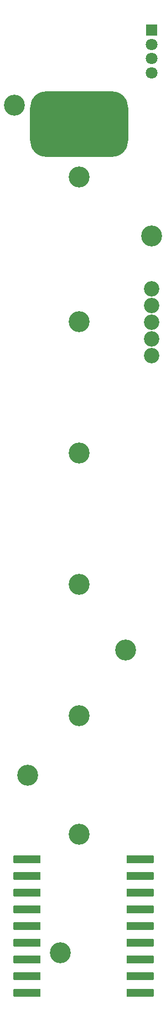
<source format=gbs>
G04 #@! TF.GenerationSoftware,KiCad,Pcbnew,7.0.5-0*
G04 #@! TF.CreationDate,2024-12-12T00:25:15-05:00*
G04 #@! TF.ProjectId,ESP32_MIDI_v3.kicad_pro,45535033-325f-44d4-9944-495f76332e6b,rev?*
G04 #@! TF.SameCoordinates,Original*
G04 #@! TF.FileFunction,Soldermask,Bot*
G04 #@! TF.FilePolarity,Negative*
%FSLAX46Y46*%
G04 Gerber Fmt 4.6, Leading zero omitted, Abs format (unit mm)*
G04 Created by KiCad (PCBNEW 7.0.5-0) date 2024-12-12 00:25:15*
%MOMM*%
%LPD*%
G01*
G04 APERTURE LIST*
G04 Aperture macros list*
%AMRoundRect*
0 Rectangle with rounded corners*
0 $1 Rounding radius*
0 $2 $3 $4 $5 $6 $7 $8 $9 X,Y pos of 4 corners*
0 Add a 4 corners polygon primitive as box body*
4,1,4,$2,$3,$4,$5,$6,$7,$8,$9,$2,$3,0*
0 Add four circle primitives for the rounded corners*
1,1,$1+$1,$2,$3*
1,1,$1+$1,$4,$5*
1,1,$1+$1,$6,$7*
1,1,$1+$1,$8,$9*
0 Add four rect primitives between the rounded corners*
20,1,$1+$1,$2,$3,$4,$5,0*
20,1,$1+$1,$4,$5,$6,$7,0*
20,1,$1+$1,$6,$7,$8,$9,0*
20,1,$1+$1,$8,$9,$2,$3,0*%
%AMFreePoly0*
4,1,25,0.515063,3.095106,0.530902,3.095106,0.543715,3.085796,0.558779,3.080902,0.568088,3.068088,0.580902,3.058779,0.585796,3.043715,0.595106,3.030902,0.595106,3.015062,0.600000,3.000000,0.600000,-1.000000,-0.600000,-1.000000,-0.600000,3.000000,-0.595106,3.015062,-0.595106,3.030902,-0.585796,3.043715,-0.580902,3.058779,-0.568088,3.068088,-0.558779,3.080902,-0.543715,3.085796,
-0.530902,3.095106,-0.515063,3.095106,-0.500000,3.100000,0.500000,3.100000,0.515063,3.095106,0.515063,3.095106,$1*%
G04 Aperture macros list end*
%ADD10C,2.340000*%
%ADD11C,3.200000*%
%ADD12FreePoly0,90.000000*%
%ADD13FreePoly0,270.000000*%
%ADD14RoundRect,2.500000X5.000000X2.500000X-5.000000X2.500000X-5.000000X-2.500000X5.000000X-2.500000X0*%
%ADD15R,1.800000X1.800000*%
%ADD16C,1.800000*%
G04 APERTURE END LIST*
D10*
X51000000Y-73000000D03*
X51000000Y-75540000D03*
X51000000Y-78080000D03*
X51000000Y-80620000D03*
X51000000Y-83160000D03*
D11*
X51000000Y-65000000D03*
X30000000Y-45050000D03*
X32000000Y-147000000D03*
X47000000Y-128000000D03*
X37000000Y-174000000D03*
X39922000Y-48000000D03*
X39922000Y-138000000D03*
X39922000Y-156000000D03*
X39922000Y-118000000D03*
X39922000Y-98000000D03*
D12*
X33000000Y-180160000D03*
X33000000Y-177620000D03*
X33000000Y-175080000D03*
X33000000Y-172540000D03*
X33000000Y-170000000D03*
X33000000Y-167460000D03*
X33000000Y-164920000D03*
X33000000Y-162380000D03*
X33000000Y-159840000D03*
D13*
X48240000Y-159840000D03*
X48240000Y-162380000D03*
X48240000Y-164920000D03*
X48240000Y-167460000D03*
X48240000Y-170000000D03*
X48240000Y-172540000D03*
X48240000Y-175080000D03*
X48240000Y-177620000D03*
X48240000Y-180160000D03*
D14*
X39922000Y-48000000D03*
D15*
X51000000Y-33682000D03*
D16*
X51000000Y-35841000D03*
X51000000Y-38000000D03*
X51000000Y-40159000D03*
D11*
X39922000Y-78000000D03*
X39922000Y-56000000D03*
M02*

</source>
